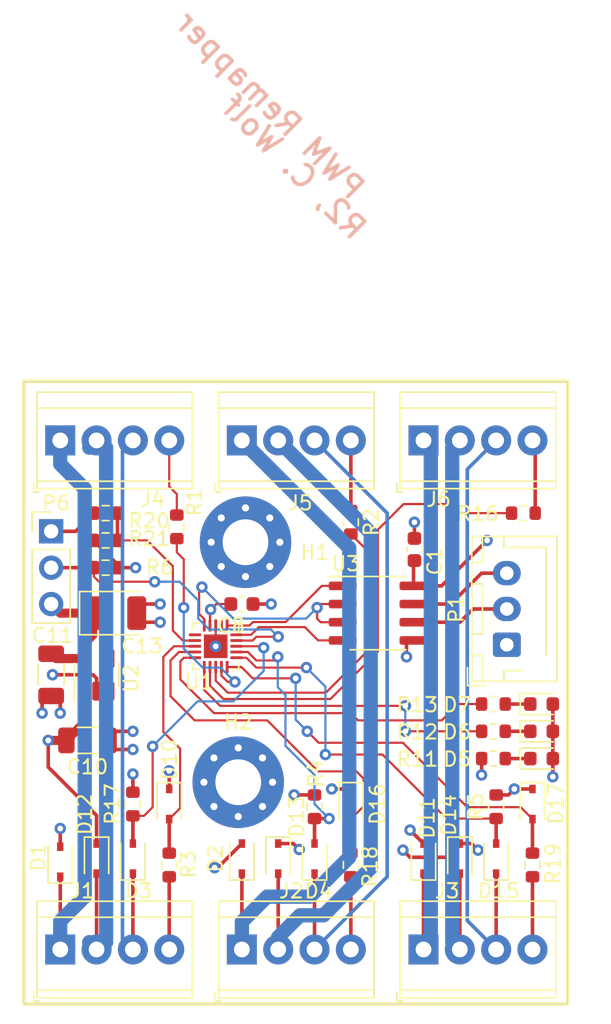
<source format=kicad_pcb>
(kicad_pcb (version 20241229) (generator "pcbnew") (generator_version "9.0")
  (layers (0 "F.Cu" signal "Top Layer") (4 "In1.Cu" signal "VCC") (6 "In2.Cu" signal "GND") (2 "B.Cu" signal "Bottom Layer") (13 "F.Paste" user "Top Paste") (15 "B.Paste" user "Bottom Paste") (5 "F.SilkS" user "Top Overlay") (7 "B.SilkS" user "Bottom Overlay") (1 "F.Mask" user "Top Solder") (3 "B.Mask" user "Bottom Solder") (25 "Edge.Cuts" user))
  (net 0 "")
  (net 1 "GND")
  (net 2 "12V")
  (net 3 "5V")
  (net 4 "/RXD")
  (net 5 "/XDIR")
  (net 6 "/TXD")
  (net 7 "Net-(U3-A)")
  (net 8 "Net-(U3-B)")
  (net 9 "/Tach1")
  (net 10 "Net-(U1-PC3)")
  (net 11 "/Tach2")
  (net 12 "Net-(U1-PC2)")
  (net 13 "Net-(D5-Pad1)")
  (net 14 "Net-(D6-Pad1)")
  (net 15 "Net-(D7-Pad1)")
  (net 16 "Net-(U1-PA7)")
  (net 17 "/PWM_IN_1")
  (net 18 "/F12V3")
  (net 19 "/Tach3")
  (net 20 "Net-(U1-PC1)")
  (net 21 "Net-(U1-PB5)")
  (net 22 "Net-(U1-PC0)")
  (net 23 "/F12V2")
  (net 24 "/PWM_IN_2")
  (net 25 "/PWM_IN_3")
  (net 26 "/PWM_OUT1")
  (net 27 "/PWM_OUT2")
  (net 28 "/PWM_OUT3")
  (net 29 "/UPDI{slash}~{RESET}")
  (net 30 "Net-(U1-PB0)")
  (net 31 "Net-(U1-PB1)")
  (net 32 "Net-(U1-PB3{slash}TOSC1)")
  (net 33 "Net-(U1-PB4)")
  (net 34 "Net-(U1-PB2{slash}TOSC2)")
  (net 35 "Net-(U1-PA6)")
  (net 39 "/F12V1")
  (net 40 "/FGND3")
  (net 41 "/FGND2")
  (net 42 "/FGND1")
  (footprint "Diode_SMD:D_SOD-323" (layer "F.Cu") (at 10.16 -13.97 -90)
    (property "Reference" "D10")
    (property "Value" "Schottky Diode")
  )
  (footprint "Package_SO:SOIC-8_3.9x4.9mm_P1.27mm" (layer "F.Cu") (at 24.765 -27.305)
    (property "Reference" "U3")
    (property "Value" "THVD1400D")
  )
  (footprint "Resistor_SMD:R_0603_1608Metric" (layer "F.Cu") (at 35.56 -9.715 90)
    (property "Reference" "R19")
    (property "Value" "Res Semi Small")
  )
  (footprint "Diode_SMD:D_0603_1608Metric" (layer "F.Cu") (at 36.195 -17.145)
    (property "Reference" "D5")
    (property "Value" "LED0")
  )
  (footprint "Connector_PinHeader_2.54mm:PinHeader_1x03_P2.54mm_Vertical" (layer "F.Cu") (at 1.905 -33.02)
    (property "Reference" "P6")
    (property "Value" "Header 3")
  )
  (footprint "Resistor_SMD:R_0603_1608Metric" (layer "F.Cu") (at 34.925 -34.29 180)
    (property "Reference" "R16")
    (property "Value" "Res Semi Small")
  )
  (footprint "Resistor_SMD:R_0603_1608Metric" (layer "F.Cu") (at 5.715 -32.385 180)
    (property "Reference" "R21")
    (property "Value" "Res Semi Small")
  )
  (footprint "Resistor_SMD:R_0603_1608Metric" (layer "F.Cu") (at 7.62 -13.97 90)
    (property "Reference" "R17")
    (property "Value" "Res Semi Small")
  )
  (footprint "Resistor_SMD:R_0603_1608Metric" (layer "F.Cu") (at 10.69 -33.334 -90)
    (property "Reference" "R1")
    (property "Value" "Res Semi Small")
  )
  (footprint "Capacitor_SMD:C_1206_3216Metric" (layer "F.Cu") (at 1.905 -22.9925 90)
    (property "Reference" "C11")
    (property "Value" "Cap")
  )
  (footprint "Diode_SMD:D_SOD-323" (layer "F.Cu") (at 20.32 -10.16 90)
    (property "Reference" "D4")
    (property "Value" "Schottky Diode")
  )
  (footprint "Diode_SMD:D_SOD-323" (layer "F.Cu") (at 35.56 -13.97 -90)
    (property "Reference" "D17")
    (property "Value" "Schottky Diode")
  )
  (footprint "Capacitor_SMD:C_0603_1608Metric" (layer "F.Cu") (at 15.24 -27.94 180)
    (property "Reference" "C8")
    (property "Value" "Cap")
  )
  (footprint "Diode_SMD:D_0603_1608Metric" (layer "F.Cu") (at 36.195 -19.05)
    (property "Reference" "D6")
    (property "Value" "LED0")
  )
  (footprint "Diode_SMD:D_SOD-323" (layer "F.Cu") (at 33.02 -10.16 90)
    (property "Reference" "D15")
    (property "Value" "Schottky Diode")
  )
  (footprint "TerminalBlock_TE-Connectivity:TerminalBlock_TE_282834-4_1x04_P2.54mm_Horizontal" (layer "F.Cu") (at 15.24 -3.81)
    (property "Reference" "J2")
    (property "Value" "Conn_01x04")
  )
  (footprint "Diode_SMD:D_SOD-323" (layer "F.Cu") (at 5.08 -10.16 -90)
    (property "Reference" "D12")
    (property "Value" "Schottky Diode")
  )
  (footprint "Resistor_SMD:R_0603_1608Metric" (layer "F.Cu") (at 10.16 -9.715 90)
    (property "Reference" "R3")
    (property "Value" "Res Semi Small")
  )
  (footprint "Diode_SMD:D_SOD-323" (layer "F.Cu") (at 15.24 -10.16 90)
    (property "Reference" "D2")
    (property "Value" "Schottky Diode")
  )
  (footprint "Diode_SMD:D_SOD-323" (layer "F.Cu") (at 17.78 -10.16 -90)
    (property "Reference" "D13")
    (property "Value" "Schottky Diode")
  )
  (footprint "Capacitor_Tantalum_SMD:CP_EIA-3528-21_Kemet-B" (layer "F.Cu") (at 6.35 -27.305)
    (property "Reference" "C13")
    (property "Value" "100 uF")
  )
  (footprint "Resistor_SMD:R_0603_1608Metric" (layer "F.Cu") (at 33.02 -13.78 90)
    (property "Reference" "R5")
    (property "Value" "Res Semi Small")
  )
  (footprint "Diode_SMD:D_SOD-323" (layer "F.Cu") (at 7.62 -10.16 90)
    (property "Reference" "D3")
    (property "Value" "Schottky Diode")
  )
  (footprint "Diode_SMD:D_0603_1608Metric" (layer "F.Cu") (at 36.195 -20.955)
    (property "Reference" "D7")
    (property "Value" "LED0")
  )
  (footprint "TerminalBlock_TE-Connectivity:TerminalBlock_TE_282834-4_1x04_P2.54mm_Horizontal" (layer "F.Cu") (at 15.24 -39.37)
    (property "Reference" "J5")
    (property "Value" "Conn_01x04")
  )
  (footprint "Package_TO_SOT_SMD:SOT-23-5" (layer "F.Cu") (at 5.08 -22.9925 90)
    (property "Reference" "U2")
    (property "Value" "TPS70950")
  )
  (footprint "TerminalBlock_TE-Connectivity:TerminalBlock_TE_282834-4_1x04_P2.54mm_Horizontal" (layer "F.Cu") (at 2.54 -3.81)
    (property "Reference" "J1")
    (property "Value" "Conn_01x04")
  )
  (footprint "TerminalBlock_TE-Connectivity:TerminalBlock_TE_282834-4_1x04_P2.54mm_Horizontal" (layer "F.Cu") (at 27.94 -39.37)
    (property "Reference" "J6")
    (property "Value" "Conn_01x04")
  )
  (footprint "Resistor_SMD:R_0603_1608Metric" (layer "F.Cu") (at 32.83 -19.05 180)
    (property "Reference" "R12")
    (property "Value" "Res Semi")
  )
  (footprint "Resistor_SMD:R_0603_1608Metric" (layer "F.Cu") (at 32.83 -17.145 180)
    (property "Reference" "R11")
    (property "Value" "Res Semi")
  )
  (footprint "Connector_JST:JST_XH_B3B-XH-AM_1x03_P2.50mm_Vertical" (layer "F.Cu") (at 33.765 -25.095 90)
    (property "Reference" "P1")
    (property "Value" "Header 3")
  )
  (footprint "TerminalBlock_TE-Connectivity:TerminalBlock_TE_282834-4_1x04_P2.54mm_Horizontal" (layer "F.Cu") (at 27.94 -3.81)
    (property "Reference" "J3")
    (property "Value" "Conn_01x04")
  )
  (footprint "TerminalBlock_TE-Connectivity:TerminalBlock_TE_282834-4_1x04_P2.54mm_Horizontal" (layer "F.Cu") (at 2.54 -39.37)
    (property "Reference" "J4")
    (property "Value" "Conn_01x04")
  )
  (footprint "Resistor_SMD:R_0603_1608Metric" (layer "F.Cu") (at 32.83 -20.955 180)
    (property "Reference" "R13")
    (property "Value" "Res Semi")
  )
  (footprint "Diode_SMD:D_SOD-323" (layer "F.Cu") (at 22.86 -13.97 -90)
    (property "Reference" "D16")
    (property "Value" "Schottky Diode")
  )
  (footprint "Capacitor_SMD:C_1206_3216Metric" (layer "F.Cu") (at 4.445 -18.415 180)
    (property "Reference" "C10")
    (property "Value" "Cap")
  )
  (footprint "MountingHole:MountingHole_3.2mm_M3_Pad_Via" (layer "F.Cu") (at 15.494 -32.258)
    (property "Reference" "H1")
    (property "Value" "MountingHole")
  )
  (footprint "Capacitor_SMD:C_0603_1608Metric" (layer "F.Cu") (at 27.305 -31.75 -90)
    (property "Reference" "C1")
    (property "Value" "Cap")
  )
  (footprint "Diode_SMD:D_SOD-323" (layer "F.Cu") (at 27.94 -10.16 90)
    (property "Reference" "D11")
    (property "Value" "Schottky Diode")
  )
  (footprint "Diode_SMD:D_SOD-323" (layer "F.Cu") (at 30.48 -10.16 -90)
    (property "Reference" "D14")
    (property "Value" "Schottky Diode")
  )
  (footprint "Diode_SMD:D_SOD-323" (layer "F.Cu") (at 2.54 -9.94 90)
    (property "Reference" "D1")
    (property "Value" "Schottky Diode")
  )
  (footprint "Package_DFN_QFN:QFN-20-1EP_3x3mm_P0.4mm_EP1.65x1.65mm" (layer "F.Cu") (at 13.41 -24.99 -90)
    (property "Reference" "U1")
    (property "Value" "ATTiny1616-MFR")
  )
  (footprint "Resistor_SMD:R_0603_1608Metric" (layer "F.Cu") (at 5.715 -34.29)
    (property "Reference" "R20")
    (property "Value" "Res Semi Small")
  )
  (footprint "Resistor_SMD:R_0603_1608Metric" (layer "F.Cu") (at 20.32 -13.78 90)
    (property "Reference" "R4")
    (property "Value" "Res Semi Small")
  )
  (footprint "Resistor_SMD:R_0603_1608Metric" (layer "F.Cu") (at 22.86 -33.655 -90)
    (property "Reference" "R2")
    (property "Value" "Res Semi Small")
  )
  (footprint "Resistor_SMD:R_0603_1608Metric" (layer "F.Cu") (at 5.715 -30.48)
    (property "Reference" "R6")
    (property "Value" "Res Semi Small")
  )
  (footprint "MountingHole:MountingHole_3.2mm_M3_Pad_Via" (layer "F.Cu") (at 14.986 -15.494)
    (property "Reference" "H2")
    (property "Value" "MountingHole")
  )
  (footprint "Resistor_SMD:R_0603_1608Metric" (layer "F.Cu") (at 22.86 -9.715 90)
    (property "Reference" "R18")
    (property "Value" "Res Semi Small")
  )
  (gr_line (start 0 0) (end 38 0) (stroke (width 0.254)) (layer "F.SilkS"))
  (gr_line (start 0 -43.5) (end 38 -43.5) (stroke (width 0.254)) (layer "F.SilkS"))
  (gr_line (start 38 -43.5) (end 38 0) (stroke (width 0.254)) (layer "F.SilkS"))
  (gr_line (start 0 -43.5) (end 0 0) (stroke (width 0.254)) (layer "F.SilkS"))
  (gr_line (start 38 -43.5) (end 38 0) (stroke (width 0.05)) (layer "Edge.Cuts"))
  (gr_line (start 38 0) (end 0 0) (stroke (width 0.05)) (layer "Edge.Cuts"))
  (gr_line (start 0 0) (end 0 -43.5) (stroke (width 0.05)) (layer "Edge.Cuts"))
  (gr_line (start 0 -43.5) (end 38 -43.5) (stroke (width 0.05)) (layer "Edge.Cuts"))
  (gr_text "PWM Remapper\n" (at 22.86 -55.88 315) (layer "B.SilkS") (effects (font (size 1.524 1.524) (thickness 0.254)) (justify left bottom mirror)))
  (gr_text "R2, C. Wolf" (at 22.987 -53.086 315) (layer "B.SilkS") (effects (font (size 1.524 1.524) (thickness 0.254)) (justify left bottom mirror)))
  (segment (start 4.83 -23) (end 5.08 -22.75) (width 0.25) (layer "F.Cu") (net 1))
  (segment (start 36.9825 -17.145) (end 36.9825 -15.875) (width 0.25) (layer "F.Cu") (net 1))
  (segment (start 16.015 -27.94) (end 17.285 -27.94) (width 0.25) (layer "F.Cu") (net 1))
  (segment (start 27.305 -32.385) (end 27.305 -33.655) (width 0.25) (layer "F.Cu") (net 1))
  (segment (start 4.75 -23) (end 2 -23) (width 0.25) (layer "F.Cu") (net 1))
  (segment (start 13.41 -24.99) (end 13.41 -26.44) (width 0.1524) (layer "F.Cu") (net 1))
  (segment (start 1.27 -21.59) (end 1.27 -20.32) (width 0.25) (layer "F.Cu") (net 1))
  (segment (start 5.08 -21.855) (end 5.08 -22.75) (width 0.25) (layer "F.Cu") (net 1))
  (segment (start 13.555 -9.525) (end 15.24 -11.21) (width 0.254) (layer "F.Cu") (net 1))
  (segment (start 4.75 -23) (end 4.83 -23) (width 0.25) (layer "F.Cu") (net 1))
  (segment (start 8.255 -26.67) (end 9.525 -26.67) (width 0.25) (layer "F.Cu") (net 1))
  (segment (start 13.335 -9.525) (end 13.555 -9.525) (width 0.254) (layer "F.Cu") (net 1))
  (segment (start 26.75 -25.4) (end 27.24 -25.4) (width 0.25) (layer "F.Cu") (net 1))
  (segment (start 36.9825 -17.145) (end 36.9825 -20.955) (width 0.25) (layer "F.Cu") (net 1))
  (segment (start 27 -12.15) (end 27.94 -11.21) (width 0.254) (layer "F.Cu") (net 1))
  (segment (start 2.54 -10.99) (end 2.54 -12.26) (width 0.25) (layer "F.Cu") (net 1))
  (segment (start 8.255 -27.94) (end 9.525 -27.94) (width 0.25) (layer "F.Cu") (net 1))
  (segment (start 1.905 -33.02) (end 3.62 -33.02) (width 0.254) (layer "F.Cu") (net 1))
  (segment (start 2.54 -21.59) (end 2.54 -20.32) (width 0.25) (layer "F.Cu") (net 1))
  (segment (start 6.35 -17.78) (end 7.62 -17.78) (width 0.254) (layer "F.Cu") (net 1))
  (segment (start 3.62 -33.02) (end 4.89 -34.29) (width 0.254) (layer "F.Cu") (net 1))
  (segment (start 26.75 -24.25) (end 26.75 -25.4) (width 0.25) (layer "F.Cu") (net 1))
  (segment (start 6.35 -19.05) (end 7.62 -19.05) (width 0.254) (layer "F.Cu") (net 1))
  (via (at 2.54 -20.32) (size 0.8) (drill 0.4) (layers "F.Cu" "B.Cu") (net 1))
  (via (at 13.41 -24.99) (size 0.8) (drill 0.4) (layers "F.Cu" "B.Cu") (net 1))
  (via (at 13.335 -9.525) (size 0.8) (drill 0.4) (layers "F.Cu" "B.Cu") (net 1))
  (via (at 36.9825 -15.875) (size 0.8) (drill 0.4) (layers "F.Cu" "B.Cu") (net 1))
  (via (at 7.62 -17.78) (size 0.8) (drill 0.4) (layers "F.Cu" "B.Cu") (net 1))
  (via (at 1.27 -20.32) (size 0.8) (drill 0.4) (layers "F.Cu" "B.Cu") (net 1))
  (via (at 7.62 -19.05) (size 0.8) (drill 0.4) (layers "F.Cu" "B.Cu") (net 1))
  (via (at 27.305 -33.655) (size 0.8) (drill 0.4) (layers "F.Cu" "B.Cu") (net 1))
  (via (at 9.525 -27.94) (size 0.8) (drill 0.4) (layers "F.Cu" "B.Cu") (net 1))
  (via (at 2.54 -12.26) (size 0.8) (drill 0.4) (layers "F.Cu" "B.Cu") (net 1))
  (via (at 2 -23) (size 0.8) (drill 0.4) (layers "F.Cu" "B.Cu") (net 1))
  (via (at 27 -12.15) (size 0.8) (drill 0.4) (layers "F.Cu" "B.Cu") (net 1))
  (via (at 26.75 -24.25) (size 0.8) (drill 0.4) (layers "F.Cu" "B.Cu") (net 1))
  (via (at 9.525 -26.67) (size 0.8) (drill 0.4) (layers "F.Cu" "B.Cu") (net 1))
  (via (at 17.285 -27.94) (size 0.8) (drill 0.4) (layers "F.Cu" "B.Cu") (net 1))
  (segment (start 2.97 -18.415) (end 1.7 -18.415) (width 0.635) (layer "F.Cu") (net 2))
  (segment (start 29.52 -10.25) (end 27 -10.25) (width 0.25) (layer "F.Cu") (net 2))
  (segment (start 5.08 -13.17) (end 1.7 -16.55) (width 0.25) (layer "F.Cu") (net 2))
  (segment (start 30.48 -11.21) (end 31.29 -11.21) (width 0.25) (layer "F.Cu") (net 2))
  (segment (start 1.7 -16.55) (end 1.7 -18.415) (width 0.25) (layer "F.Cu") (net 2))
  (segment (start 4.13 -19.575) (end 2.97 -18.415) (width 0.635) (layer "F.Cu") (net 2))
  (segment (start 17.78 -11.21) (end 18.835 -11.21) (width 0.25) (layer "F.Cu") (net 2))
  (segment (start 18.835 -11.21) (end 19.25 -10.795) (width 0.25) (layer "F.Cu") (net 2))
  (segment (start 4.13 -21.855) (end 4.13 -19.575) (width 0.635) (layer "F.Cu") (net 2))
  (segment (start 30.48 -11.21) (end 29.52 -10.25) (width 0.25) (layer "F.Cu") (net 2))
  (segment (start 17.78 -11.22) (end 17.78 -11.21) (width 0.25) (layer "F.Cu") (net 2))
  (segment (start 5.08 -11.21) (end 5.08 -13.17) (width 0.25) (layer "F.Cu") (net 2))
  (segment (start 27 -10.25) (end 26.5 -10.75) (width 0.25) (layer "F.Cu") (net 2))
  (segment (start 31.29 -11.21) (end 31.75 -10.75) (width 0.25) (layer "F.Cu") (net 2))
  (via (at 19.25 -10.795) (size 0.8) (drill 0.4) (layers "F.Cu" "B.Cu") (net 2))
  (via (at 26.5 -10.75) (size 0.8) (drill 0.4) (layers "F.Cu" "B.Cu") (net 2))
  (via (at 1.7 -18.415) (size 0.8) (drill 0.4) (layers "F.Cu" "B.Cu") (net 2))
  (via (at 31.75 -10.75) (size 0.8) (drill 0.4) (layers "F.Cu" "B.Cu") (net 2))
  (segment (start 35.56 -15.02) (end 34.29 -15.02) (width 0.25) (layer "F.Cu") (net 3))
  (segment (start 1.905 -27.94) (end 2.54 -27.305) (width 0.635) (layer "F.Cu") (net 3))
  (segment (start 4.89 -32.36) (end 6.54 -30.71) (width 0.254) (layer "F.Cu") (net 3))
  (segment (start 13.01 -26.44) (end 13.01 -27.511) (width 0.1524) (layer "F.Cu") (net 3))
  (segment (start 27.24 -30.91) (end 27.445 -31.115) (width 0.25) (layer "F.Cu") (net 3))
  (segment (start 32.005 -16.005) (end 32 -16) (width 0.25) (layer "F.Cu") (net 3))
  (segment (start 20.32 -14.605) (end 18.895 -14.605) (width 0.25) (layer "F.Cu") (net 3))
  (segment (start 4.13 -24.13) (end 2.2425 -24.13) (width 0.635) (layer "F.Cu") (net 3))
  (segment (start 7.62 -14.795) (end 7.62 -16.065) (width 0.25) (layer "F.Cu") (net 3))
  (segment (start 27.24 -29.21) (end 29.21 -29.21) (width 0.25) (layer "F.Cu") (net 3))
  (segment (start 13.01 -27.511) (end 13.058 -27.559) (width 0.1524) (layer "F.Cu") (net 3))
  (segment (start 6.54 -30.48) (end 7.81 -30.48) (width 0.25) (layer "F.Cu") (net 3))
  (segment (start 33.02 -14.605) (end 33.875 -14.605) (width 0.25) (layer "F.Cu") (net 3))
  (segment (start 2.2425 -24.13) (end 1.905 -24.4675) (width 0.25) (layer "F.Cu") (net 3))
  (segment (start 33.875 -14.605) (end 34.29 -15.02) (width 0.25) (layer "F.Cu") (net 3))
  (segment (start 10.16 -15.02) (end 10.16 -16.29) (width 0.25) (layer "F.Cu") (net 3))
  (segment (start 29.21 -29.21) (end 32.385 -32.385) (width 0.25) (layer "F.Cu") (net 3))
  (segment (start 4.8125 -27.305) (end 4.8125 -25.7675) (width 0.635) (layer "F.Cu") (net 3))
  (segment (start 13.439 -27.94) (end 14.465 -27.94) (width 0.1524) (layer "F.Cu") (net 3))
  (segment (start 6.54 -30.71) (end 6.54 -30.48) (width 0.254) (layer "F.Cu") (net 3))
  (segment (start 2.54 -27.305) (end 4.8125 -27.305) (width 0.635) (layer "F.Cu") (net 3))
  (segment (start 32.005 -17.145) (end 32.005 -16.005) (width 0.25) (layer "F.Cu") (net 3))
  (segment (start 4.89 -32.385) (end 4.89 -32.36) (width 0.254) (layer "F.Cu") (net 3))
  (segment (start 13.058 -27.559) (end 13.439 -27.94) (width 0.1524) (layer "F.Cu") (net 3))
  (segment (start 4.8125 -25.7675) (end 4.13 -25.085) (width 0.635) (layer "F.Cu") (net 3))
  (segment (start 4.13 -25.085) (end 4.13 -24.13) (width 0.635) (layer "F.Cu") (net 3))
  (segment (start 21.52 -15.02) (end 22.86 -15.02) (width 0.25) (layer "F.Cu") (net 3))
  (segment (start 27.24 -29.21) (end 27.24 -30.91) (width 0.25) (layer "F.Cu") (net 3))
  (via (at 18.895 -14.605) (size 0.8) (drill 0.4) (layers "F.Cu" "B.Cu") (net 3))
  (via (at 21.52 -15.02) (size 0.8) (drill 0.4) (layers "F.Cu" "B.Cu") (net 3))
  (via (at 32 -16) (size 0.8) (drill 0.4) (layers "F.Cu" "B.Cu") (net 3))
  (via (at 34.29 -15.02) (size 0.8) (drill 0.4) (layers "F.Cu" "B.Cu") (net 3))
  (via (at 10.16 -16.29) (size 0.8) (drill 0.4) (layers "F.Cu" "B.Cu") (net 3))
  (via (at 7.81 -30.48) (size 0.8) (drill 0.4) (layers "F.Cu" "B.Cu") (net 3))
  (via (at 7.62 -16.065) (size 0.8) (drill 0.4) (layers "F.Cu" "B.Cu") (net 3))
  (via (at 32.385 -32.385) (size 0.8) (drill 0.4) (layers "F.Cu" "B.Cu") (net 3))
  (via (at 13.058 -27.559) (size 0.8) (drill 0.4) (layers "F.Cu" "B.Cu") (net 3))
  (segment (start 16.0146 -26.6826) (end 18.3006 -26.6826) (width 0.1524) (layer "F.Cu") (net 4))
  (segment (start 14.21 -26.44) (end 15.772 -26.44) (width 0.1524) (layer "F.Cu") (net 4))
  (segment (start 18.3006 -26.6826) (end 20.828 -29.21) (width 0.1524) (layer "F.Cu") (net 4))
  (segment (start 15.772 -26.44) (end 16.0146 -26.6826) (width 0.1524) (layer "F.Cu") (net 4))
  (segment (start 20.828 -29.21) (end 22.29 -29.21) (width 0.1524) (layer "F.Cu") (net 4))
  (segment (start 12.25 -27.686) (end 12.25 -28.931292) (width 0.1524) (layer "F.Cu") (net 5))
  (segment (start 20.75 -27.94) (end 22.29 -27.94) (width 0.1524) (layer "F.Cu") (net 5))
  (segment (start 12.25 -27.25) (end 12.25 -27.686) (width 0.1524) (layer "F.Cu") (net 5))
  (segment (start 12.25 -28.931292) (end 12.446 -29.127292) (width 0.1524) (layer "F.Cu") (net 5))
  (segment (start 20.5 -26.92) (end 20.5 -27.69) (width 0.1524) (layer "F.Cu") (net 5))
  (segment (start 20.5 -27.69) (end 20.75 -27.94) (width 0.1524) (layer "F.Cu") (net 5))
  (segment (start 12.61 -26.44) (end 12.61 -26.89) (width 0.1524) (layer "F.Cu") (net 5))
  (segment (start 12.61 -26.89) (end 12.25 -27.25) (width 0.1524) (layer "F.Cu") (net 5))
  (segment (start 22.29 -26.67) (end 20.75 -26.67) (width 0.1524) (layer "F.Cu") (net 5))
  (segment (start 20.75 -26.67) (end 20.5 -26.92) (width 0.1524) (layer "F.Cu") (net 5))
  (via (at 20.5 -27.69) (size 0.8) (drill 0.4) (layers "F.Cu" "B.Cu") (net 5))
  (via (at 12.446 -29.127292) (size 0.8) (drill 0.4) (layers "F.Cu" "B.Cu") (net 5))
  (segment (start 17.526 -26.924) (end 14.649292 -26.924) (width 0.1524) (layer "B.Cu") (net 5))
  (segment (start 20.5 -27.69) (end 19.734 -26.924) (width 0.1524) (layer "B.Cu") (net 5))
  (segment (start 14.649292 -26.924) (end 12.446 -29.127292) (width 0.1524) (layer "B.Cu") (net 5))
  (segment (start 19.734 -26.924) (end 17.526 -26.924) (width 0.1524) (layer "B.Cu") (net 5))
  (segment (start 15.884 -25.79) (end 16.4242 -26.3302) (width 0.1524) (layer "F.Cu") (net 6))
  (segment (start 19.6438 -26.3302) (end 20.574 -25.4) (width 0.1524) (layer "F.Cu") (net 6))
  (segment (start 16.4242 -26.3302) (end 19.6438 -26.3302) (width 0.1524) (layer "F.Cu") (net 6))
  (segment (start 14.86 -25.79) (end 15.884 -25.79) (width 0.1524) (layer "F.Cu") (net 6))
  (segment (start 20.574 -25.4) (end 22.29 -25.4) (width 0.1524) (layer "F.Cu") (net 6))
  (segment (start 30.48 -26.67) (end 31.405 -27.595) (width 0.25) (layer "F.Cu") (net 7))
  (segment (start 27.24 -26.67) (end 30.48 -26.67) (width 0.25) (layer "F.Cu") (net 7))
  (segment (start 31.405 -27.595) (end 33.765 -27.595) (width 0.25) (layer "F.Cu") (net 7))
  (segment (start 29.845 -27.94) (end 27.24 -27.94) (width 0.25) (layer "F.Cu") (net 8))
  (segment (start 32 -30.095) (end 29.845 -27.94) (width 0.25) (layer "F.Cu") (net 8))
  (segment (start 33.765 -30.095) (end 32 -30.095) (width 0.25) (layer "F.Cu") (net 8))
  (segment (start 7.62 -9.11) (end 7.62 -3.81) (width 0.25) (layer "F.Cu") (net 9))
  (segment (start 7.62 -3.81) (end 6.893 -4.537) (width 0.254) (layer "B.Cu") (net 9))
  (segment (start 6.893 -4.537) (end 6.893 -38.643) (width 0.254) (layer "B.Cu") (net 9))
  (segment (start 6.893 -38.643) (end 7.62 -39.37) (width 0.254) (layer "B.Cu") (net 9))
  (segment (start 9 -13.75) (end 8.395 -13.145) (width 0.1524) (layer "F.Cu") (net 10))
  (segment (start 8.395 -13.145) (end 7.62 -13.145) (width 0.1524) (layer "F.Cu") (net 10))
  (segment (start 16.666 -24.99) (end 16.764 -24.892) (width 0.1524) (layer "F.Cu") (net 10))
  (segment (start 7.62 -11.21) (end 7.62 -13.145) (width 0.254) (layer "F.Cu") (net 10))
  (segment (start 9 -18) (end 9 -13.75) (width 0.1524) (layer "F.Cu") (net 10))
  (segment (start 14.86 -24.99) (end 16.666 -24.99) (width 0.1524) (layer "F.Cu") (net 10))
  (via (at 9 -18) (size 0.8) (drill 0.4) (layers "F.Cu" "B.Cu") (net 10))
  (via (at 16.764 -24.892) (size 0.8) (drill 0.4) (layers "F.Cu" "B.Cu") (net 10))
  (segment (start 16.764 -23.264) (end 14.642 -21.142) (width 0.1524) (layer "B.Cu") (net 10))
  (segment (start 14.642 -21.142) (end 12.142 -21.142) (width 0.1524) (layer "B.Cu") (net 10))
  (segment (start 16.764 -24.892) (end 16.764 -23.264) (width 0.1524) (layer "B.Cu") (net 10))
  (segment (start 12.142 -21.142) (end 9 -18) (width 0.1524) (layer "B.Cu") (net 10))
  (segment (start 20.32 -9.11) (end 20.32 -3.81) (width 0.25) (layer "F.Cu") (net 11))
  (segment (start 20.32 -39.37) (end 25.4 -34.29) (width 0.25) (layer "B.Cu") (net 11))
  (segment (start 25.4 -34.29) (end 25.4 -8.89) (width 0.25) (layer "B.Cu") (net 11))
  (segment (start 25.4 -8.89) (end 20.32 -3.81) (width 0.25) (layer "B.Cu") (net 11))
  (segment (start 17.75 -24.25) (end 17.5 -24) (width 0.1524) (layer "F.Cu") (net 12))
  (segment (start 17.5 -24) (end 16.25 -24) (width 0.1524) (layer "F.Cu") (net 12))
  (segment (start 20.32 -12.955) (end 21.335 -12.955) (width 0.254) (layer "F.Cu") (net 12))
  (segment (start 15.66 -24.59) (end 14.86 -24.59) (width 0.1524) (layer "F.Cu") (net 12))
  (segment (start 21.335 -12.955) (end 21.336 -12.954) (width 0.254) (layer "F.Cu") (net 12))
  (segment (start 16.25 -24) (end 15.66 -24.59) (width 0.1524) (layer "F.Cu") (net 12))
  (segment (start 20.32 -11.21) (end 20.32 -12.955) (width 0.254) (layer "F.Cu") (net 12))
  (via (at 17.75 -24.25) (size 0.8) (drill 0.4) (layers "F.Cu" "B.Cu") (net 12))
  (via (at 21.336 -12.954) (size 0.8) (drill 0.4) (layers "F.Cu" "B.Cu") (net 12))
  (segment (start 20.32 -13.97) (end 21.336 -12.954) (width 0.1524) (layer "B.Cu") (net 12))
  (segment (start 20.32 -15.24) (end 20.32 -13.97) (width 0.1524) (layer "B.Cu") (net 12))
  (segment (start 18.288 -18.034) (end 20.32 -16.002) (width 0.1524) (layer "B.Cu") (net 12))
  (segment (start 17.75 -24.25) (end 17.75 -22.128) (width 0.1524) (layer "B.Cu") (net 12))
  (segment (start 18.288 -21.59) (end 18.288 -18.034) (width 0.1524) (layer "B.Cu") (net 12))
  (segment (start 17.75 -22.128) (end 18.288 -21.59) (width 0.1524) (layer "B.Cu") (net 12))
  (segment (start 20.32 -16.002) (end 20.32 -15.24) (width 0.1524) (layer "B.Cu") (net 12))
  (segment (start 35.4075 -17.145) (end 33.655 -17.145) (width 0.25) (layer "F.Cu") (net 13))
  (segment (start 33.655 -19.05) (end 35.4075 -19.05) (width 0.25) (layer "F.Cu") (net 14))
  (segment (start 35.4075 -20.955) (end 33.655 -20.955) (width 0.25) (layer "F.Cu") (net 15))
  (segment (start 9.75 -19) (end 10.922 -17.828) (width 0.1524) (layer "F.Cu") (net 16))
  (segment (start 10.922 -13.682) (end 10.16 -12.92) (width 0.1524) (layer "F.Cu") (net 16))
  (segment (start 11.96 -24.99) (end 10.49 -24.99) (width 0.1524) (layer "F.Cu") (net 16))
  (segment (start 10.16 -12.92) (end 10.16 -10.54) (width 0.25) (layer "F.Cu") (net 16))
  (segment (start 10.49 -24.99) (end 9.75 -24.25) (width 0.1524) (layer "F.Cu") (net 16))
  (segment (start 10.922 -17.828) (end 10.922 -13.682) (width 0.1524) (layer "F.Cu") (net 16))
  (segment (start 9.75 -24.25) (end 9.75 -19) (width 0.1524) (layer "F.Cu") (net 16))
  (segment (start 10.16 -3.81) (end 10.16 -8.89) (width 0.25) (layer "F.Cu") (net 17))
  (segment (start 30.48 -3.81) (end 30.48 -9.11) (width 0.25) (layer "F.Cu") (net 18))
  (segment (start 29.95 -38.84) (end 30.48 -39.37) (width 1) (layer "B.Cu") (net 18))
  (segment (start 29.95 -4.34) (end 29.95 -38.84) (width 1) (layer "B.Cu") (net 18))
  (segment (start 30.48 -3.81) (end 29.95 -4.34) (width 1) (layer "B.Cu") (net 18))
  (segment (start 33.02 -9.11) (end 33.02 -3.81) (width 0.25) (layer "F.Cu") (net 19))
  (segment (start 31 -37.35) (end 31 -5.83) (width 0.254) (layer "B.Cu") (net 19))
  (segment (start 31 -5.83) (end 33.02 -3.81) (width 0.254) (layer "B.Cu") (net 19))
  (segment (start 33.02 -39.37) (end 31 -37.35) (width 0.254) (layer "B.Cu") (net 19))
  (segment (start 15.56 -24.19) (end 14.86 -24.19) (width 0.1524) (layer "F.Cu") (net 20))
  (segment (start 33.02 -12.955) (end 33.02 -11.21) (width 0.25) (layer "F.Cu") (net 20))
  (segment (start 21.082 -17.4257) (end 25.0743 -17.4257) (width 0.1524) (layer "F.Cu") (net 20))
  (segment (start 16.25 -23.5) (end 15.56 -24.19) (width 0.1524) (layer "F.Cu") (net 20))
  (segment (start 29.545 -12.955) (end 33.02 -12.955) (width 0.1524) (layer "F.Cu") (net 20))
  (segment (start 25.0743 -17.4257) (end 29.545 -12.955) (width 0.1524) (layer "F.Cu") (net 20))
  (segment (start 19.75 -23.5) (end 16.25 -23.5) (width 0.1524) (layer "F.Cu") (net 20))
  (via (at 21.082 -17.4257) (size 0.8) (drill 0.4) (layers "F.Cu" "B.Cu") (net 20))
  (via (at 19.75 -23.5) (size 0.8) (drill 0.4) (layers "F.Cu" "B.Cu") (net 20))
  (segment (start 21.082 -22.168) (end 19.75 -23.5) (width 0.1524) (layer "B.Cu") (net 20))
  (segment (start 21.082 -17.4257) (end 21.082 -22.168) (width 0.1524) (layer "B.Cu") (net 20))
  (segment (start 22.86 -12.92) (end 22.86 -10.54) (width 0.25) (layer "F.Cu") (net 21))
  (segment (start 10.25 -24) (end 10.25 -21.5) (width 0.1524) (layer "F.Cu") (net 21))
  (segment (start 11.938 -19.812) (end 17.018 -19.812) (width 0.1524) (layer "F.Cu") (net 21))
  (segment (start 10.84 -24.59) (end 10.25 -24) (width 0.1524) (layer "F.Cu") (net 21))
  (segment (start 20.58 -16.25) (end 23.25 -16.25) (width 0.1524) (layer "F.Cu") (net 21))
  (segment (start 17.018 -19.812) (end 20.58 -16.25) (width 0.1524) (layer "F.Cu") (net 21))
  (segment (start 23.25 -16.25) (end 23.75 -15.75) (width 0.1524) (layer "F.Cu") (net 21))
  (segment (start 11.96 -24.59) (end 10.84 -24.59) (width 0.1524) (layer "F.Cu") (net 21))
  (segment (start 10.25 -21.5) (end 11.938 -19.812) (width 0.1524) (layer "F.Cu") (net 21))
  (segment (start 23.75 -15.75) (end 23.75 -13.81) (width 0.1524) (layer "F.Cu") (net 21))
  (segment (start 23.75 -13.81) (end 22.86 -12.92) (width 0.1524) (layer "F.Cu") (net 21))
  (segment (start 31 -13.75) (end 34.73 -13.75) (width 0.1524) (layer "F.Cu") (net 22))
  (segment (start 35.56 -12.92) (end 35.56 -10.54) (width 0.25) (layer "F.Cu") (net 22))
  (segment (start 26.5 -18.25) (end 31 -13.75) (width 0.1524) (layer "F.Cu") (net 22))
  (segment (start 19 -22.75) (end 16 -22.75) (width 0.1524) (layer "F.Cu") (net 22))
  (segment (start 34.73 -13.75) (end 35.56 -12.92) (width 0.1524) (layer "F.Cu") (net 22))
  (segment (start 15.21 -23.54) (end 14.21 -23.54) (width 0.1524) (layer "F.Cu") (net 22))
  (segment (start 16 -22.75) (end 15.21 -23.54) (width 0.1524) (layer "F.Cu") (net 22))
  (segment (start 20.612 -18.25) (end 26.5 -18.25) (width 0.1524) (layer "F.Cu") (net 22))
  (segment (start 19.812 -19.05) (end 20.612 -18.25) (width 0.1524) (layer "F.Cu") (net 22))
  (via (at 19.812 -19.05) (size 0.8) (drill 0.4) (layers "F.Cu" "B.Cu") (net 22))
  (via (at 19 -22.75) (size 0.8) (drill 0.4) (layers "F.Cu" "B.Cu") (net 22))
  (segment (start 19 -19.862) (end 19 -22.75) (width 0.1524) (layer "B.Cu") (net 22))
  (segment (start 19.812 -19.05) (end 19 -19.862) (width 0.1524) (layer "B.Cu") (net 22))
  (segment (start 17.78 -3.81) (end 17.78 -9.11) (width 0.25) (layer "F.Cu") (net 23))
  (segment (start 20.945 -6.195) (end 19.305 -6.195) (width 1) (layer "B.Cu") (net 23))
  (segment (start 17.78 -4.67) (end 17.78 -3.81) (width 1) (layer "B.Cu") (net 23))
  (segment (start 24.25 -32.9) (end 24.25 -9.5) (width 1) (layer "B.Cu") (net 23))
  (segment (start 17.78 -39.37) (end 24.25 -32.9) (width 1) (layer "B.Cu") (net 23))
  (segment (start 19.305 -6.195) (end 17.78 -4.67) (width 1) (layer "B.Cu") (net 23))
  (segment (start 24.25 -9.5) (end 20.945 -6.195) (width 1) (layer "B.Cu") (net 23))
  (segment (start 22.86 -8.89) (end 22.86 -3.81) (width 0.25) (layer "F.Cu") (net 24))
  (segment (start 35.56 -3.81) (end 35.56 -8.89) (width 0.25) (layer "F.Cu") (net 25))
  (segment (start 10.16 -37.652) (end 10.16 -36.15) (width 0.1524) (layer "F.Cu") (net 26))
  (segment (start 10.69 -35.62) (end 10.69 -34.159) (width 0.1524) (layer "F.Cu") (net 26))
  (segment (start 10.16 -39.37) (end 10.16 -37.652) (width 0.1524) (layer "F.Cu") (net 26))
  (segment (start 10.16 -36.15) (end 10.69 -35.62) (width 0.1524) (layer "F.Cu") (net 26))
  (segment (start 22.86 -34.48) (end 22.86 -39.37) (width 0.25) (layer "F.Cu") (net 27))
  (segment (start 35.75 -34.29) (end 35.75 -39.18) (width 0.25) (layer "F.Cu") (net 28))
  (segment (start 35.75 -39.18) (end 35.56 -39.37) (width 0.25) (layer "F.Cu") (net 28))
  (segment (start 4.89 -30.48) (end 1.905 -30.48) (width 0.25) (layer "F.Cu") (net 29))
  (segment (start 4.89 -29.86) (end 5.25 -29.5) (width 0.1524) (layer "F.Cu") (net 29))
  (segment (start 16.256 -25.654) (end 15.992 -25.39) (width 0.1524) (layer "F.Cu") (net 29))
  (segment (start 5.25 -29.5) (end 10 -29.5) (width 0.1524) (layer "F.Cu") (net 29))
  (segment (start 4.89 -30.48) (end 4.89 -29.86) (width 0.1524) (layer "F.Cu") (net 29))
  (segment (start 17.78 -25.654) (end 16.256 -25.654) (width 0.1524) (layer "F.Cu") (net 29))
  (segment (start 15.992 -25.39) (end 14.86 -25.39) (width 0.1524) (layer "F.Cu") (net 29))
  (via (at 9.144 -29.5) (size 0.8) (drill 0.4) (layers "F.Cu" "B.Cu") (net 29))
  (via (at 17.78 -25.654) (size 0.8) (drill 0.4) (layers "F.Cu" "B.Cu") (net 29))
  (segment (start 17.78 -25.654) (end 17.272 -26.162) (width 0.1524) (layer "B.Cu") (net 29))
  (segment (start 10.886 -29.5) (end 9.144 -29.5) (width 0.1524) (layer "B.Cu") (net 29))
  (segment (start 17.272 -26.162) (end 12.954 -26.162) (width 0.1524) (layer "B.Cu") (net 29))
  (segment (start 12.192 -26.924) (end 12.192 -28.194) (width 0.1524) (layer "B.Cu") (net 29))
  (segment (start 12.192 -28.194) (end 10.886 -29.5) (width 0.1524) (layer "B.Cu") (net 29))
  (segment (start 12.954 -26.162) (end 12.192 -26.924) (width 0.1524) (layer "B.Cu") (net 29))
  (segment (start 14.25 -22.5) (end 13.81 -22.94) (width 0.1524) (layer "F.Cu") (net 30))
  (segment (start 14.75 -22.5) (end 14.25 -22.5) (width 0.1524) (layer "F.Cu") (net 30))
  (segment (start 11.176 -31.07) (end 10.69 -31.556) (width 0.1524) (layer "F.Cu") (net 30))
  (segment (start 13.81 -22.94) (end 13.81 -23.54) (width 0.1524) (layer "F.Cu") (net 30))
  (segment (start 11.176 -27.686) (end 11.176 -29.524) (width 0.1524) (layer "F.Cu") (net 30))
  (segment (start 11.176 -29.524) (end 11.176 -31.07) (width 0.1524) (layer "F.Cu") (net 30))
  (segment (start 10.69 -31.556) (end 10.69 -32.509) (width 0.1524) (layer "F.Cu") (net 30))
  (via (at 14.75 -22.5) (size 0.8) (drill 0.4) (layers "F.Cu" "B.Cu") (net 30))
  (via (at 11.176 -27.686) (size 0.8) (drill 0.4) (layers "F.Cu" "B.Cu") (net 30))
  (segment (start 13.75 -23.5) (end 14.75 -22.5) (width 0.1524) (layer "B.Cu") (net 30))
  (segment (start 12.5 -23.5) (end 13.75 -23.5) (width 0.1524) (layer "B.Cu") (net 30))
  (segment (start 11.176 -24.824) (end 12.5 -23.5) (width 0.1524) (layer "B.Cu") (net 30))
  (segment (start 11.176 -27.686) (end 11.176 -24.824) (width 0.1524) (layer "B.Cu") (net 30))
  (segment (start 13.41 -22.59) (end 14.25 -21.75) (width 0.1524) (layer "F.Cu") (net 31))
  (segment (start 13.41 -23.54) (end 13.41 -22.59) (width 0.1524) (layer "F.Cu") (net 31))
  (segment (start 14.25 -21.75) (end 21.115 -21.75) (width 0.1524) (layer "F.Cu") (net 31))
  (segment (start 24.25 -31.44) (end 22.86 -32.83) (width 0.1524) (layer "F.Cu") (net 31))
  (segment (start 21.115 -21.75) (end 24.25 -24.885) (width 0.1524) (layer "F.Cu") (net 31))
  (segment (start 24.25 -24.885) (end 24.25 -31.44) (width 0.1524) (layer "F.Cu") (net 31))
  (segment (start 32.005 -19.05) (end 26.416 -19.05) (width 0.1524) (layer "F.Cu") (net 32))
  (segment (start 26.67 -20.828) (end 13.716 -20.828) (width 0.1524) (layer "F.Cu") (net 32))
  (segment (start 12.61 -21.934) (end 12.61 -22.352) (width 0.1524) (layer "F.Cu") (net 32))
  (segment (start 12.61 -22.352) (end 12.61 -23.54) (width 0.1524) (layer "F.Cu") (net 32))
  (segment (start 13.716 -20.828) (end 12.61 -21.934) (width 0.1524) (layer "F.Cu") (net 32))
  (via (at 26.67 -20.828) (size 0.8) (drill 0.4) (layers "F.Cu" "B.Cu") (net 32))
  (via (at 26.67 -19.05) (size 0.8) (drill 0.4) (layers "F.Cu" "B.Cu") (net 32))
  (segment (start 26.67 -20.828) (end 26.67 -19.05) (width 0.1524) (layer "B.Cu") (net 32))
  (segment (start 10.94 -23.94) (end 10.94 -22.67) (width 0.1524) (layer "F.Cu") (net 33))
  (segment (start 23.368 -19.812) (end 29.21 -19.812) (width 0.1524) (layer "F.Cu") (net 33))
  (segment (start 22.86 -20.32) (end 23.368 -19.812) (width 0.1524) (layer "F.Cu") (net 33))
  (segment (start 30.353 -20.955) (end 32.005 -20.955) (width 0.1524) (layer "F.Cu") (net 33))
  (segment (start 13.29 -20.32) (end 22.86 -20.32) (width 0.1524) (layer "F.Cu") (net 33))
  (segment (start 29.21 -19.812) (end 30.353 -20.955) (width 0.1524) (layer "F.Cu") (net 33))
  (segment (start 11.19 -24.19) (end 10.94 -23.94) (width 0.1524) (layer "F.Cu") (net 33))
  (segment (start 10.94 -22.67) (end 13.29 -20.32) (width 0.1524) (layer "F.Cu") (net 33))
  (segment (start 11.96 -24.19) (end 11.19 -24.19) (width 0.1524) (layer "F.Cu") (net 33))
  (segment (start 13.9426 -21.3074) (end 21.4344 -21.3074) (width 0.1524) (layer "F.Cu") (net 34))
  (segment (start 21.4344 -21.3074) (end 24.75 -24.623) (width 0.1524) (layer "F.Cu") (net 34))
  (segment (start 13.01 -23.54) (end 13.01 -22.24) (width 0.1524) (layer "F.Cu") (net 34))
  (segment (start 30.48 -34.29) (end 34.1 -34.29) (width 0.1524) (layer "F.Cu") (net 34))
  (segment (start 13.01 -22.24) (end 13.9426 -21.3074) (width 0.1524) (layer "F.Cu") (net 34))
  (segment (start 24.75 -24.623) (end 24.75 -33.132) (width 0.1524) (layer "F.Cu") (net 34))
  (segment (start 26.543 -34.925) (end 29.845 -34.925) (width 0.1524) (layer "F.Cu") (net 34))
  (segment (start 24.75 -33.132) (end 26.543 -34.925) (width 0.1524) (layer "F.Cu") (net 34))
  (segment (start 29.845 -34.925) (end 30.48 -34.29) (width 0.1524) (layer "F.Cu") (net 34))
  (segment (start 11.11 -25.39) (end 11.96 -25.39) (width 0.1524) (layer "F.Cu") (net 35))
  (segment (start 8.615 -32.385) (end 10.414 -30.586) (width 0.1524) (layer "F.Cu") (net 35))
  (segment (start 10.414 -30.586) (end 10.414 -26.086) (width 0.1524) (layer "F.Cu") (net 35))
  (segment (start 10.414 -26.086) (end 11.11 -25.39) (width 0.1524) (layer "F.Cu") (net 35))
  (segment (start 6.54 -32.385) (end 8.615 -32.385) (width 0.1524) (layer "F.Cu") (net 35))
  (segment (start 6.54 -34.29) (end 6.54 -32.385) (width 0.25) (layer "F.Cu") (net 35))
  (segment (start 5.08 -9.11) (end 5.08 -3.81) (width 0.25) (layer "F.Cu") (net 39))
  (segment (start 5.24 -39.37) (end 5.75 -38.86) (width 1) (layer "B.Cu") (net 39))
  (segment (start 5.75 -38.86) (end 5.75 -4.32) (width 1) (layer "B.Cu") (net 39))
  (segment (start 4.57 -4.32) (end 5.08 -3.81) (width 1) (layer "B.Cu") (net 39))
  (segment (start 5.08 -39.37) (end 5.24 -39.37) (width 1) (layer "B.Cu") (net 39))
  (segment (start 5.08 -39.37) (end 4.57 -38.86) (width 1) (layer "B.Cu") (net 39))
  (segment (start 27.94 -9.11) (end 27.94 -3.81) (width 0.25) (layer "F.Cu") (net 40))
  (segment (start 28.45 -4.32) (end 28.45 -38.86) (width 1) (layer "B.Cu") (net 40))
  (segment (start 28.45 -38.86) (end 27.94 -39.37) (width 1) (layer "B.Cu") (net 40))
  (segment (start 27.94 -3.81) (end 28.45 -4.32) (width 1) (layer "B.Cu") (net 40))
  (segment (start 15.24 -9.11) (end 15.24 -3.81) (width 0.25) (layer "F.Cu") (net 41))
  (segment (start 17 -7.5) (end 15.24 -5.74) (width 1) (layer "B.Cu") (net 41))
  (segment (start 22.75 -10.25) (end 20 -7.5) (width 1) (layer "B.Cu") (net 41))
  (segment (start 15.24 -5.74) (end 15.24 -3.81) (width 1) (layer "B.Cu") (net 41))
  (segment (start 20 -7.5) (end 17 -7.5) (width 1) (layer "B.Cu") (net 41))
  (segment (start 15.24 -39.37) (end 22.75 -31.86) (width 1) (layer "B.Cu") (net 41))
  (segment (start 22.75 -31.86) (end 22.75 -10.25) (width 1) (layer "B.Cu") (net 41))
  (segment (start 2.54 -8.89) (end 2.54 -3.81) (width 0.25) (layer "F.Cu") (net 42))
  (segment (start 2.54 -37.71) (end 4.25 -36) (width 1) (layer "B.Cu") (net 42))
  (segment (start 2.54 -39.37) (end 2.54 -37.71) (width 1) (layer "B.Cu") (net 42))
  (segment (start 2.54 -5.79) (end 2.54 -3.81) (width 1) (layer "B.Cu") (net 42))
  (segment (start 4.25 -36) (end 4.25 -7.5) (width 1) (layer "B.Cu") (net 42))
  (segment (start 4.25 -7.5) (end 2.54 -5.79) (width 1) (layer "B.Cu") (net 42))
)
</source>
